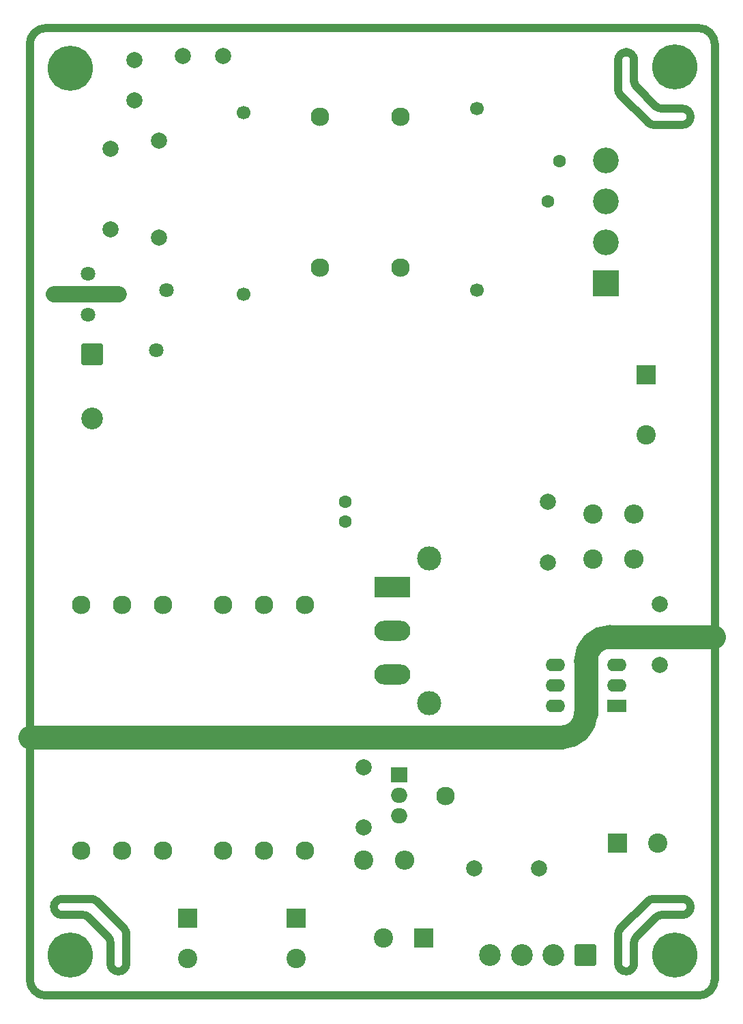
<source format=gbr>
%TF.GenerationSoftware,KiCad,Pcbnew,7.99.0-3539-g7abe2e3ea0*%
%TF.CreationDate,2023-11-11T19:40:51+01:00*%
%TF.ProjectId,ACDC150V24,41434443-3135-4305-9632-342e6b696361,rev?*%
%TF.SameCoordinates,Original*%
%TF.FileFunction,Soldermask,Bot*%
%TF.FilePolarity,Negative*%
%FSLAX46Y46*%
G04 Gerber Fmt 4.6, Leading zero omitted, Abs format (unit mm)*
G04 Created by KiCad (PCBNEW 7.99.0-3539-g7abe2e3ea0) date 2023-11-11 19:40:51*
%MOMM*%
%LPD*%
G01*
G04 APERTURE LIST*
G04 Aperture macros list*
%AMRoundRect*
0 Rectangle with rounded corners*
0 $1 Rounding radius*
0 $2 $3 $4 $5 $6 $7 $8 $9 X,Y pos of 4 corners*
0 Add a 4 corners polygon primitive as box body*
4,1,4,$2,$3,$4,$5,$6,$7,$8,$9,$2,$3,0*
0 Add four circle primitives for the rounded corners*
1,1,$1+$1,$2,$3*
1,1,$1+$1,$4,$5*
1,1,$1+$1,$6,$7*
1,1,$1+$1,$8,$9*
0 Add four rect primitives between the rounded corners*
20,1,$1+$1,$2,$3,$4,$5,0*
20,1,$1+$1,$4,$5,$6,$7,0*
20,1,$1+$1,$6,$7,$8,$9,0*
20,1,$1+$1,$8,$9,$2,$3,0*%
G04 Aperture macros list end*
%ADD10C,1.000000*%
%ADD11C,3.000000*%
%ADD12C,2.000000*%
%ADD13C,3.600000*%
%ADD14C,5.600000*%
%ADD15R,3.200000X3.200000*%
%ADD16C,3.200000*%
%ADD17C,3.000000*%
%ADD18C,1.800000*%
%ADD19C,2.000000*%
%ADD20R,2.400000X2.400000*%
%ADD21C,2.400000*%
%ADD22C,1.700000*%
%ADD23O,2.400000X2.400000*%
%ADD24R,2.400000X1.600000*%
%ADD25O,2.400000X1.600000*%
%ADD26C,1.600000*%
%ADD27C,2.300000*%
%ADD28RoundRect,0.250001X-1.099999X1.099999X-1.099999X-1.099999X1.099999X-1.099999X1.099999X1.099999X0*%
%ADD29C,2.700000*%
%ADD30RoundRect,0.250001X1.099999X1.099999X-1.099999X1.099999X-1.099999X-1.099999X1.099999X-1.099999X0*%
%ADD31R,2.000000X1.905000*%
%ADD32O,2.000000X1.905000*%
%ADD33R,4.500000X2.500000*%
%ADD34O,4.500000X2.500000*%
G04 APERTURE END LIST*
D10*
X74000000Y3000000D02*
X74000000Y3000000D01*
X4000000Y10000000D02*
X6585786Y10000000D01*
X7292893Y9707107D02*
X9707107Y7292893D01*
X75000000Y113414214D02*
X75000000Y116000000D01*
X7585786Y12000000D02*
G75*
G02*
X8292900Y11707114I14J-1000000D01*
G01*
X75000000Y4000000D02*
X75000000Y6585786D01*
X74000000Y117000000D02*
G75*
G02*
X75000000Y116000000I0J-1000000D01*
G01*
X7585786Y12000000D02*
X4000000Y12000000D01*
X77707107Y9707107D02*
G75*
G02*
X78414214Y9999961I707093J-707207D01*
G01*
X11707107Y8292893D02*
X8292893Y11707107D01*
X73292893Y111707107D02*
X76707107Y108292893D01*
X74000000Y3000000D02*
G75*
G02*
X73000000Y4000000I0J1000000D01*
G01*
X78414214Y110000000D02*
G75*
G02*
X77707100Y110292886I-14J1000000D01*
G01*
X73000000Y7585786D02*
X73000000Y4000000D01*
X76707107Y11707107D02*
X73292893Y8292893D01*
X0Y118000000D02*
G75*
G02*
X2000000Y120000000I2000000J0D01*
G01*
X12000000Y4000000D02*
G75*
G02*
X11000000Y3000000I-1000000J0D01*
G01*
X3000000Y11000000D02*
X3000000Y11000000D01*
X75000000Y6585786D02*
G75*
G02*
X75292886Y7292900I1000000J14D01*
G01*
X11707107Y8292893D02*
G75*
G02*
X11999961Y7585786I-707207J-707093D01*
G01*
X4000000Y10000000D02*
G75*
G02*
X3000000Y11000000I0J1000000D01*
G01*
X76707107Y11707107D02*
G75*
G02*
X77414214Y11999990I707093J-707107D01*
G01*
X85000000Y2000000D02*
G75*
G02*
X83000000Y0I-2000000J0D01*
G01*
X82000000Y109000000D02*
X82000000Y109000000D01*
D11*
X69000000Y35026000D02*
G75*
G02*
X66000000Y32026000I-3000000J0D01*
G01*
D10*
X77414214Y108000000D02*
X81000000Y108000000D01*
X11000000Y3000000D02*
G75*
G02*
X10000000Y4000000I0J1000000D01*
G01*
X77414214Y108000000D02*
G75*
G02*
X76707100Y108292886I-14J1000000D01*
G01*
X73292893Y111707107D02*
G75*
G02*
X73000039Y112414214I707207J707093D01*
G01*
X73000000Y116000000D02*
X73000000Y112414214D01*
X73000000Y7585786D02*
G75*
G02*
X73292907Y8292879I999900J14D01*
G01*
D11*
X69000000Y41500000D02*
G75*
G02*
X72000000Y44500000I3000000J0D01*
G01*
D10*
X75292893Y112707107D02*
G75*
G02*
X75000039Y113414214I707207J707093D01*
G01*
X75292893Y7292893D02*
X77707107Y9707107D01*
X82000000Y109000000D02*
G75*
G02*
X81000000Y108000000I-1000000J0D01*
G01*
X2000000Y120000000D02*
X83000000Y120000000D01*
X3000000Y11000000D02*
G75*
G02*
X4000000Y12000000I1000000J0D01*
G01*
X81000000Y110000000D02*
G75*
G02*
X82000000Y109000000I0J-1000000D01*
G01*
X81000000Y12000000D02*
G75*
G02*
X82000000Y11000000I0J-1000000D01*
G01*
X78414214Y10000000D02*
X81000000Y10000000D01*
X82000000Y11000000D02*
G75*
G02*
X81000000Y10000000I-1000000J0D01*
G01*
X85000000Y118000000D02*
X85000000Y2000000D01*
X9707107Y7292893D02*
G75*
G02*
X9999961Y6585786I-707207J-707093D01*
G01*
X81000000Y110000000D02*
X78414214Y110000000D01*
X74000000Y117000000D02*
X74000000Y117000000D01*
X10000000Y6585786D02*
X10000000Y4000000D01*
X0Y2000000D02*
X0Y118000000D01*
X83000000Y120000000D02*
G75*
G02*
X85000000Y118000000I0J-2000000D01*
G01*
X77707107Y110292893D02*
X75292893Y112707107D01*
X6585786Y10000000D02*
G75*
G02*
X7292900Y9707114I14J-1000000D01*
G01*
D11*
X66000000Y32026000D02*
X0Y32026000D01*
D10*
X82000000Y11000000D02*
X82000000Y11000000D01*
D11*
X84836000Y44500000D02*
X72000000Y44500000D01*
D10*
X81000000Y12000000D02*
X77414214Y12000000D01*
X83000000Y0D02*
X2000000Y0D01*
X11000000Y3000000D02*
X11000000Y3000000D01*
X73000000Y116000000D02*
G75*
G02*
X74000000Y117000000I1000000J0D01*
G01*
X75000000Y4000000D02*
G75*
G02*
X74000000Y3000000I-1000000J0D01*
G01*
D12*
X3000000Y87000000D02*
X11000000Y87000000D01*
D11*
X69000000Y41500000D02*
X69000000Y35026000D01*
D10*
X12000000Y4000000D02*
X12000000Y7585786D01*
X2000000Y0D02*
G75*
G02*
X0Y2000000I0J2000000D01*
G01*
D13*
%TO.C,H2*%
X80000000Y5000000D03*
D14*
X80000000Y5000000D03*
%TD*%
D15*
%TO.C,D5*%
X71500000Y88340000D03*
D16*
X71500000Y93420000D03*
X71500000Y98500000D03*
X71500000Y103580000D03*
%TD*%
D17*
%TO.C,HS1*%
X49598450Y36233000D03*
X49598450Y54233000D03*
%TD*%
D18*
%TO.C,F1*%
X7200000Y84460000D03*
X7200000Y89540000D03*
%TD*%
%TO.C,RV1*%
X17000000Y87500000D03*
X15700000Y80000000D03*
%TD*%
D19*
%TO.C,SW1*%
X10000000Y105000000D03*
X16000000Y106000000D03*
X10000000Y95000000D03*
X16000000Y94000000D03*
%TD*%
%TO.C,C27*%
X78181200Y41004800D03*
X78181200Y48504800D03*
%TD*%
%TO.C,C28*%
X41402000Y20828000D03*
X41402000Y28328000D03*
%TD*%
D20*
%TO.C,C24*%
X19558000Y9625459D03*
D21*
X19558000Y4625459D03*
%TD*%
D22*
%TO.C,C7*%
X26500000Y109500000D03*
X26500000Y87000000D03*
%TD*%
D20*
%TO.C,C23*%
X33020000Y9625459D03*
D21*
X33020000Y4625459D03*
%TD*%
%TO.C,R18*%
X69850000Y59690000D03*
D23*
X74930000Y59690000D03*
%TD*%
D24*
%TO.C,U2*%
X72825000Y35895000D03*
D25*
X72825000Y38435000D03*
X72825000Y40975000D03*
X65205000Y40975000D03*
X65205000Y38435000D03*
X65205000Y35895000D03*
%TD*%
D22*
%TO.C,C11*%
X55500000Y110000000D03*
X55500000Y87500000D03*
%TD*%
D20*
%TO.C,C15*%
X76500000Y77000000D03*
D21*
X76500000Y69500000D03*
%TD*%
D26*
%TO.C,C6*%
X39116000Y61250000D03*
X39116000Y58750000D03*
%TD*%
D21*
%TO.C,R17*%
X69865000Y54102000D03*
D23*
X74945000Y54102000D03*
%TD*%
D20*
%TO.C,C22*%
X72924541Y18896459D03*
D21*
X77924541Y18896459D03*
%TD*%
D27*
%TO.C,FL1*%
X36000000Y90250000D03*
X46000000Y90250000D03*
X36000000Y109000000D03*
X46000000Y109000000D03*
%TD*%
D19*
%TO.C,C20*%
X64250000Y53750000D03*
X64250000Y61250000D03*
%TD*%
D13*
%TO.C,H4*%
X80000000Y115200000D03*
D14*
X80000000Y115200000D03*
%TD*%
D19*
%TO.C,C9*%
X13000000Y111000000D03*
X13000000Y116000000D03*
%TD*%
D21*
%TO.C,R20*%
X41417000Y16764000D03*
D23*
X46497000Y16764000D03*
%TD*%
D26*
%TO.C,TH1*%
X64250000Y98500000D03*
X65750000Y103500000D03*
%TD*%
D28*
%TO.C,J1*%
X7750000Y79500000D03*
D29*
X7750000Y71580000D03*
%TD*%
D27*
%TO.C,TR1*%
X34160000Y48500000D03*
X29080000Y48500000D03*
X24000000Y48500000D03*
X16507000Y48500000D03*
X11427000Y48500000D03*
X6347000Y48500000D03*
X6347000Y18020000D03*
X11427000Y18020000D03*
X16507000Y18020000D03*
X24000000Y18020000D03*
X29080000Y18020000D03*
X34160000Y18020000D03*
%TD*%
D19*
%TO.C,C8*%
X24000000Y116500000D03*
X19000000Y116500000D03*
%TD*%
D30*
%TO.C,J2*%
X68960000Y5000000D03*
D29*
X65000000Y5000000D03*
X61040000Y5000000D03*
X57080000Y5000000D03*
%TD*%
D31*
%TO.C,D7*%
X45814000Y27342000D03*
D32*
X45814000Y24802000D03*
X45814000Y22262000D03*
%TD*%
D27*
%TO.C,HS2*%
X51562000Y24765000D03*
%TD*%
D13*
%TO.C,H3*%
X5000000Y5000000D03*
D14*
X5000000Y5000000D03*
%TD*%
D20*
%TO.C,C21*%
X48868459Y7112000D03*
D21*
X43868459Y7112000D03*
%TD*%
D19*
%TO.C,L1*%
X63182000Y15748000D03*
X55182000Y15748000D03*
%TD*%
D33*
%TO.C,Q1*%
X45000000Y50700000D03*
D34*
X45000000Y45250000D03*
X45000000Y39800000D03*
%TD*%
D13*
%TO.C,H1*%
X5000000Y115000000D03*
D14*
X5000000Y115000000D03*
%TD*%
M02*

</source>
